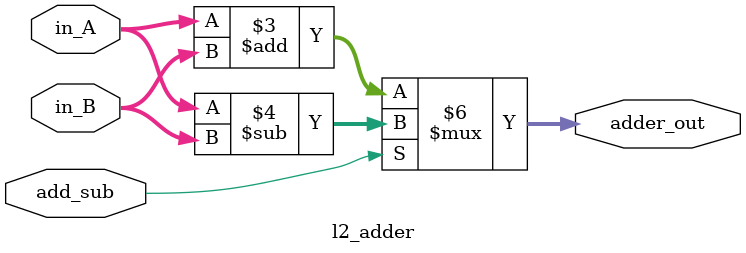
<source format=v>
module l2_adder(input [3:0] in_A,
				input [3:0] in_B,
				input add_sub,
				output reg [3:0] adder_out);

	always@(*)
	begin
	
		if(add_sub == 0) //0 means add_sub
		begin
			adder_out <= in_A + in_B;
		end
		
		else
		begin
			adder_out <= in_A - in_B;
		end
		
	end
	
endmodule
</source>
